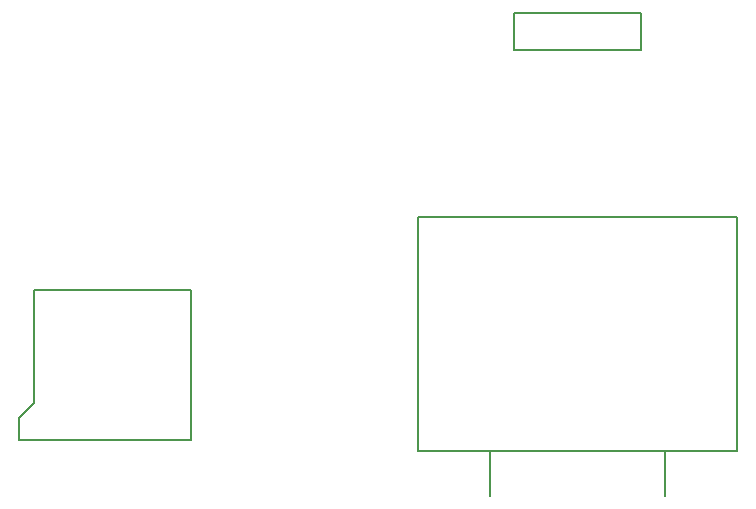
<source format=gbr>
G04 #@! TF.GenerationSoftware,KiCad,Pcbnew,(5.1.8)-1*
G04 #@! TF.CreationDate,2022-01-29T23:12:44+01:00*
G04 #@! TF.ProjectId,PlayOnTape Module,506c6179-4f6e-4546-9170-65204d6f6475,rev?*
G04 #@! TF.SameCoordinates,Original*
G04 #@! TF.FileFunction,OtherDrawing,Comment*
%FSLAX46Y46*%
G04 Gerber Fmt 4.6, Leading zero omitted, Abs format (unit mm)*
G04 Created by KiCad (PCBNEW (5.1.8)-1) date 2022-01-29 23:12:44*
%MOMM*%
%LPD*%
G01*
G04 APERTURE LIST*
%ADD10C,0.150000*%
G04 APERTURE END LIST*
D10*
X125730000Y-93345000D02*
X114935000Y-93345000D01*
X125730000Y-96520000D02*
X125730000Y-93345000D01*
X114935000Y-96520000D02*
X125730000Y-96520000D01*
X114935000Y-93345000D02*
X114935000Y-96520000D01*
X127735000Y-130450000D02*
X127735000Y-134250000D01*
X112935000Y-134250000D02*
X112935000Y-130450000D01*
X106835000Y-130450000D02*
X133835000Y-130450000D01*
X133835000Y-130450000D02*
X133835000Y-110650000D01*
X133835000Y-110650000D02*
X106835000Y-110650000D01*
X106835000Y-110650000D02*
X106835000Y-130450000D01*
X74295000Y-116840000D02*
X74295000Y-126365000D01*
X74295000Y-126365000D02*
X73025000Y-127635000D01*
X73025000Y-127635000D02*
X73025000Y-129540000D01*
X73025000Y-129540000D02*
X87630000Y-129540000D01*
X87630000Y-129540000D02*
X87630000Y-116840000D01*
X87630000Y-116840000D02*
X74295000Y-116840000D01*
M02*

</source>
